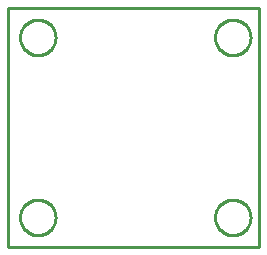
<source format=gbr>
G04 EAGLE Gerber RS-274X export*
G75*
%MOMM*%
%FSLAX34Y34*%
%LPD*%
%IN*%
%IPPOS*%
%AMOC8*
5,1,8,0,0,1.08239X$1,22.5*%
G01*
%ADD10C,0.254000*%


D10*
X-12700Y596900D02*
X199900Y596900D01*
X199900Y800000D01*
X-12700Y800000D01*
X-12700Y596900D01*
X27700Y774164D02*
X27624Y773096D01*
X27471Y772035D01*
X27243Y770988D01*
X26941Y769960D01*
X26567Y768956D01*
X26122Y767981D01*
X25608Y767041D01*
X25029Y766140D01*
X24387Y765282D01*
X23685Y764472D01*
X22928Y763715D01*
X22118Y763013D01*
X21260Y762371D01*
X20359Y761792D01*
X19419Y761278D01*
X18444Y760833D01*
X17440Y760459D01*
X16412Y760157D01*
X15365Y759929D01*
X14304Y759776D01*
X13236Y759700D01*
X12164Y759700D01*
X11096Y759776D01*
X10035Y759929D01*
X8988Y760157D01*
X7960Y760459D01*
X6956Y760833D01*
X5981Y761278D01*
X5041Y761792D01*
X4140Y762371D01*
X3282Y763013D01*
X2472Y763715D01*
X1715Y764472D01*
X1013Y765282D01*
X371Y766140D01*
X-208Y767041D01*
X-722Y767981D01*
X-1167Y768956D01*
X-1541Y769960D01*
X-1843Y770988D01*
X-2071Y772035D01*
X-2224Y773096D01*
X-2300Y774164D01*
X-2300Y775236D01*
X-2224Y776304D01*
X-2071Y777365D01*
X-1843Y778412D01*
X-1541Y779440D01*
X-1167Y780444D01*
X-722Y781419D01*
X-208Y782359D01*
X371Y783260D01*
X1013Y784118D01*
X1715Y784928D01*
X2472Y785685D01*
X3282Y786387D01*
X4140Y787029D01*
X5041Y787608D01*
X5981Y788122D01*
X6956Y788567D01*
X7960Y788941D01*
X8988Y789243D01*
X10035Y789471D01*
X11096Y789624D01*
X12164Y789700D01*
X13236Y789700D01*
X14304Y789624D01*
X15365Y789471D01*
X16412Y789243D01*
X17440Y788941D01*
X18444Y788567D01*
X19419Y788122D01*
X20359Y787608D01*
X21260Y787029D01*
X22118Y786387D01*
X22928Y785685D01*
X23685Y784928D01*
X24387Y784118D01*
X25029Y783260D01*
X25608Y782359D01*
X26122Y781419D01*
X26567Y780444D01*
X26941Y779440D01*
X27243Y778412D01*
X27471Y777365D01*
X27624Y776304D01*
X27700Y775236D01*
X27700Y774164D01*
X192800Y621764D02*
X192724Y620696D01*
X192571Y619635D01*
X192343Y618588D01*
X192041Y617560D01*
X191667Y616556D01*
X191222Y615581D01*
X190708Y614641D01*
X190129Y613740D01*
X189487Y612882D01*
X188785Y612072D01*
X188028Y611315D01*
X187218Y610613D01*
X186360Y609971D01*
X185459Y609392D01*
X184519Y608878D01*
X183544Y608433D01*
X182540Y608059D01*
X181512Y607757D01*
X180465Y607529D01*
X179404Y607376D01*
X178336Y607300D01*
X177264Y607300D01*
X176196Y607376D01*
X175135Y607529D01*
X174088Y607757D01*
X173060Y608059D01*
X172056Y608433D01*
X171081Y608878D01*
X170141Y609392D01*
X169240Y609971D01*
X168382Y610613D01*
X167572Y611315D01*
X166815Y612072D01*
X166113Y612882D01*
X165471Y613740D01*
X164892Y614641D01*
X164378Y615581D01*
X163933Y616556D01*
X163559Y617560D01*
X163257Y618588D01*
X163029Y619635D01*
X162876Y620696D01*
X162800Y621764D01*
X162800Y622836D01*
X162876Y623904D01*
X163029Y624965D01*
X163257Y626012D01*
X163559Y627040D01*
X163933Y628044D01*
X164378Y629019D01*
X164892Y629959D01*
X165471Y630860D01*
X166113Y631718D01*
X166815Y632528D01*
X167572Y633285D01*
X168382Y633987D01*
X169240Y634629D01*
X170141Y635208D01*
X171081Y635722D01*
X172056Y636167D01*
X173060Y636541D01*
X174088Y636843D01*
X175135Y637071D01*
X176196Y637224D01*
X177264Y637300D01*
X178336Y637300D01*
X179404Y637224D01*
X180465Y637071D01*
X181512Y636843D01*
X182540Y636541D01*
X183544Y636167D01*
X184519Y635722D01*
X185459Y635208D01*
X186360Y634629D01*
X187218Y633987D01*
X188028Y633285D01*
X188785Y632528D01*
X189487Y631718D01*
X190129Y630860D01*
X190708Y629959D01*
X191222Y629019D01*
X191667Y628044D01*
X192041Y627040D01*
X192343Y626012D01*
X192571Y624965D01*
X192724Y623904D01*
X192800Y622836D01*
X192800Y621764D01*
X192800Y774164D02*
X192724Y773096D01*
X192571Y772035D01*
X192343Y770988D01*
X192041Y769960D01*
X191667Y768956D01*
X191222Y767981D01*
X190708Y767041D01*
X190129Y766140D01*
X189487Y765282D01*
X188785Y764472D01*
X188028Y763715D01*
X187218Y763013D01*
X186360Y762371D01*
X185459Y761792D01*
X184519Y761278D01*
X183544Y760833D01*
X182540Y760459D01*
X181512Y760157D01*
X180465Y759929D01*
X179404Y759776D01*
X178336Y759700D01*
X177264Y759700D01*
X176196Y759776D01*
X175135Y759929D01*
X174088Y760157D01*
X173060Y760459D01*
X172056Y760833D01*
X171081Y761278D01*
X170141Y761792D01*
X169240Y762371D01*
X168382Y763013D01*
X167572Y763715D01*
X166815Y764472D01*
X166113Y765282D01*
X165471Y766140D01*
X164892Y767041D01*
X164378Y767981D01*
X163933Y768956D01*
X163559Y769960D01*
X163257Y770988D01*
X163029Y772035D01*
X162876Y773096D01*
X162800Y774164D01*
X162800Y775236D01*
X162876Y776304D01*
X163029Y777365D01*
X163257Y778412D01*
X163559Y779440D01*
X163933Y780444D01*
X164378Y781419D01*
X164892Y782359D01*
X165471Y783260D01*
X166113Y784118D01*
X166815Y784928D01*
X167572Y785685D01*
X168382Y786387D01*
X169240Y787029D01*
X170141Y787608D01*
X171081Y788122D01*
X172056Y788567D01*
X173060Y788941D01*
X174088Y789243D01*
X175135Y789471D01*
X176196Y789624D01*
X177264Y789700D01*
X178336Y789700D01*
X179404Y789624D01*
X180465Y789471D01*
X181512Y789243D01*
X182540Y788941D01*
X183544Y788567D01*
X184519Y788122D01*
X185459Y787608D01*
X186360Y787029D01*
X187218Y786387D01*
X188028Y785685D01*
X188785Y784928D01*
X189487Y784118D01*
X190129Y783260D01*
X190708Y782359D01*
X191222Y781419D01*
X191667Y780444D01*
X192041Y779440D01*
X192343Y778412D01*
X192571Y777365D01*
X192724Y776304D01*
X192800Y775236D01*
X192800Y774164D01*
X27700Y621764D02*
X27624Y620696D01*
X27471Y619635D01*
X27243Y618588D01*
X26941Y617560D01*
X26567Y616556D01*
X26122Y615581D01*
X25608Y614641D01*
X25029Y613740D01*
X24387Y612882D01*
X23685Y612072D01*
X22928Y611315D01*
X22118Y610613D01*
X21260Y609971D01*
X20359Y609392D01*
X19419Y608878D01*
X18444Y608433D01*
X17440Y608059D01*
X16412Y607757D01*
X15365Y607529D01*
X14304Y607376D01*
X13236Y607300D01*
X12164Y607300D01*
X11096Y607376D01*
X10035Y607529D01*
X8988Y607757D01*
X7960Y608059D01*
X6956Y608433D01*
X5981Y608878D01*
X5041Y609392D01*
X4140Y609971D01*
X3282Y610613D01*
X2472Y611315D01*
X1715Y612072D01*
X1013Y612882D01*
X371Y613740D01*
X-208Y614641D01*
X-722Y615581D01*
X-1167Y616556D01*
X-1541Y617560D01*
X-1843Y618588D01*
X-2071Y619635D01*
X-2224Y620696D01*
X-2300Y621764D01*
X-2300Y622836D01*
X-2224Y623904D01*
X-2071Y624965D01*
X-1843Y626012D01*
X-1541Y627040D01*
X-1167Y628044D01*
X-722Y629019D01*
X-208Y629959D01*
X371Y630860D01*
X1013Y631718D01*
X1715Y632528D01*
X2472Y633285D01*
X3282Y633987D01*
X4140Y634629D01*
X5041Y635208D01*
X5981Y635722D01*
X6956Y636167D01*
X7960Y636541D01*
X8988Y636843D01*
X10035Y637071D01*
X11096Y637224D01*
X12164Y637300D01*
X13236Y637300D01*
X14304Y637224D01*
X15365Y637071D01*
X16412Y636843D01*
X17440Y636541D01*
X18444Y636167D01*
X19419Y635722D01*
X20359Y635208D01*
X21260Y634629D01*
X22118Y633987D01*
X22928Y633285D01*
X23685Y632528D01*
X24387Y631718D01*
X25029Y630860D01*
X25608Y629959D01*
X26122Y629019D01*
X26567Y628044D01*
X26941Y627040D01*
X27243Y626012D01*
X27471Y624965D01*
X27624Y623904D01*
X27700Y622836D01*
X27700Y621764D01*
M02*

</source>
